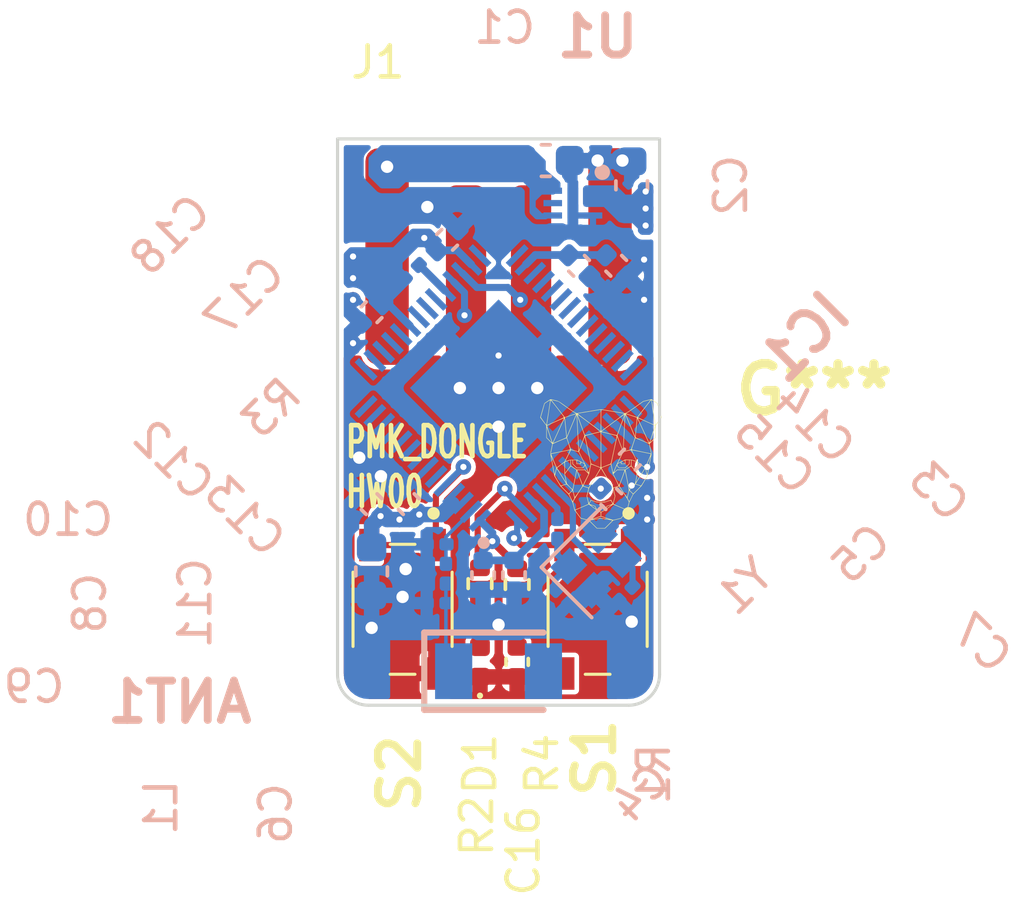
<source format=kicad_pcb>
(kicad_pcb (version 20221018) (generator pcbnew)
  (layers (0 "F.Cu" signal) (1 "In1.Cu" signal) (2 "In2.Cu" signal) (31 "B.Cu" signal) (34 "B.Paste" user) (35 "F.Paste" user) (36 "B.SilkS" user "B.Silkscreen") (37 "F.SilkS" user "F.Silkscreen") (38 "B.Mask" user) (39 "F.Mask" user) (44 "Edge.Cuts" user))
  (net 0 "")
  (net 1 "Net-(ANT1-Pad1)")
  (net 2 "+3V3")
  (net 3 "/LNA_IN")
  (net 4 "/IO0")
  (net 5 "/IO1")
  (net 6 "/IO2")
  (net 7 "/IO3")
  (net 8 "/IO4")
  (net 9 "/IO5")
  (net 10 "/IO6")
  (net 11 "/IO7")
  (net 12 "/IO8")
  (net 13 "/IO9")
  (net 14 "/IO10")
  (net 15 "/IO11")
  (net 16 "/IO12")
  (net 17 "/IO13")
  (net 18 "/IO14")
  (net 19 "/IO15")
  (net 20 "/IO16")
  (net 21 "/IO17")
  (net 22 "/IO18")
  (net 23 "/D-")
  (net 24 "/D+")
  (net 25 "/IO21")
  (net 27 "/VDD_SPI")
  (net 34 "/IO33")
  (net 35 "/IO34")
  (net 36 "/IO35")
  (net 37 "/IO36")
  (net 38 "/IO37")
  (net 39 "/IO38")
  (net 40 "/IO39")
  (net 41 "/IO40")
  (net 42 "/IO41")
  (net 43 "/IO42")
  (net 44 "/IO43")
  (net 45 "/IO44")
  (net 46 "/IO45")
  (net 47 "/IO46")
  (net 48 "/EN")
  (net 49 "GND")
  (net 50 "VBUS")
  (net 52 "Net-(D1-Pad2)")
  (net 53 "/QUARTZ_1")
  (net 54 "/QUARTZ_2")
  (net 55 "/QUARTZ_3")
  (footprint "Component_lib:USB_PCB" (layer "F.Cu") (at 153 44.4)
    (fp_text reference "J1" (at -3.895 -13.675 unlocked) (layer "F.SilkS"))
    (fp_text value "USB_A")
    (pad "1" smd roundrect (at -3.6 -7.4) (size 1.4 7) (layers "F.Cu" "F.Paste" "F.Mask") (roundrect_rratio 0.3) (net 50 "VBUS"))
    (pad "2" smd roundrect (at -1.05 -6.8) (size 1.3 5.8) (layers "F.Cu" "F.Paste" "F.Mask") (net 23 "/D-"))
    (pad "3" smd roundrect (at 1.05 -6.8) (size 1.3 5.8) (layers "F.Cu" "F.Paste" "F.Mask") (net 24 "/D+"))
    (pad "4" smd roundrect (at 3.6 -7.4) (size 1.4 7) (layers "F.Cu" "F.Paste" "F.Mask") (roundrect_rratio 0.3) (net 49 "GND"))
  )
  (footprint "Component_lib:SKRPABE010" (layer "F.Cu") (at 156.2 48.4 -90)
    (fp_text reference "S1" (at 4.8 0.1 90) (layer "F.SilkS") (effects (font (size 1.27 1.27) (thickness 0.254))))
    (fp_text value "SKRPABE010" hide)
    (pad "1" smd rect (at -2.075 -1.075) (size 0.65 1.05) (layers "F.Cu" "F.Paste" "F.Mask") (net 48 "/EN"))
    (pad "2" smd rect (at 2.075 -1.075) (size 0.65 1.05) (layers "F.Cu" "F.Paste" "F.Mask") (net 49 "GND"))
    (pad "3" smd rect (at -2.075 1.075) (size 0.65 1.05) (layers "F.Cu" "F.Paste" "F.Mask"))
    (pad "4" smd rect (at 2.075 1.075) (size 0.65 1.05) (layers "F.Cu" "F.Paste" "F.Mask"))
  )
  (footprint "Resistor_SMD:R_0402_1005Metric" (layer "F.Cu") (at 152.4 47.57 -90)
    (fp_text reference "R2" (at 7.83 0.1 -90) (layer "F.SilkS"))
    (fp_text value "2k")
    (pad "1" smd roundrect (at -0.51 0 270) (size 0.54 0.64) (layers "F.Cu" "F.Paste" "F.Mask") (net 47 "/IO46"))
    (pad "2" smd roundrect (at 0.51 0 270) (size 0.54 0.64) (layers "F.Cu" "F.Paste" "F.Mask") (net 52 "Net-(D1-Pad2)"))
  )
  (footprint "Component_lib:puma_logo_4mm" (layer "F.Cu") (at 156.3 43.7)
    (fp_text reference "G***" (at 6.9 -2.4) (layer "F.SilkS") (effects (font (size 1.524 1.524) (thickness 0.3))))
    (fp_text value "LOGO" hide)
  )
  (footprint "LED_SMD:LED_0402_1005Metric" (layer "F.Cu") (at 152.4 50.1 90)
    (fp_text reference "D1" (at -3.3 0 90) (layer "F.SilkS"))
    (fp_text value "LED")
    (pad "1" smd roundrect (at -0.485 0 90) (size 0.59 0.64) (layers "F.Cu" "F.Paste" "F.Mask") (net 49 "GND"))
    (pad "2" smd roundrect (at 0.485 0 90) (size 0.59 0.64) (layers "F.Cu" "F.Paste" "F.Mask") (net 52 "Net-(D1-Pad2)"))
  )
  (footprint "Capacitor_SMD:C_0402_1005Metric" (layer "F.Cu") (at 153.6 50.1 -90)
    (fp_text reference "C16" (at 6.1 -0.2 90) (layer "F.SilkS"))
    (fp_text value "100n")
    (pad "1" smd roundrect (at -0.48 0 270) (size 0.56 0.62) (layers "F.Cu" "F.Paste" "F.Mask") (net 48 "/EN"))
    (pad "2" smd roundrect (at 0.48 0 270) (size 0.56 0.62) (layers "F.Cu" "F.Paste" "F.Mask") (net 49 "GND"))
  )
  (footprint "Component_lib:SKRPABE010" (layer "F.Cu") (at 149.9 48.4 -90)
    (fp_text reference "S2" (at 5.3 0.1 90) (layer "F.SilkS") (effects (font (size 1.27 1.27) (thickness 0.254))))
    (fp_text value "SKRPABE010" hide)
    (pad "1" smd rect (at -2.075 -1.075) (size 0.65 1.05) (layers "F.Cu" "F.Paste" "F.Mask") (net 4 "/IO0"))
    (pad "2" smd rect (at 2.075 -1.075) (size 0.65 1.05) (layers "F.Cu" "F.Paste" "F.Mask") (net 49 "GND"))
    (pad "3" smd rect (at -2.075 1.075) (size 0.65 1.05) (layers "F.Cu" "F.Paste" "F.Mask"))
    (pad "4" smd rect (at 2.075 1.075) (size 0.65 1.05) (layers "F.Cu" "F.Paste" "F.Mask"))
  )
  (footprint "Resistor_SMD:R_0402_1005Metric" (layer "F.Cu") (at 153.6 47.6 -90)
    (fp_text reference "R4" (at 5.8 -0.8 -90) (layer "F.SilkS"))
    (fp_text value "10k")
    (pad "1" smd roundrect (at -0.51 0 270) (size 0.54 0.64) (layers "F.Cu" "F.Paste" "F.Mask") (net 2 "+3V3"))
    (pad "2" smd roundrect (at 0.51 0 270) (size 0.54 0.64) (layers "F.Cu" "F.Paste" "F.Mask") (net 48 "/EN"))
  )
  (footprint "Capacitor_SMD:C_0603_1608Metric" (layer "B.Cu") (at 154.525 33.9)
    (fp_text reference "C1" (at -1.325 -4.3) (layer "B.SilkS") (effects (justify mirror)))
    (fp_text value "10u")
    (pad "1" smd roundrect (at -0.775 0) (size 0.9 0.95) (layers "B.Cu" "B.Paste" "B.Mask") (net 50 "VBUS"))
    (pad "2" smd roundrect (at 0.775 0) (size 0.9 0.95) (layers "B.Cu" "B.Paste" "B.Mask") (net 49 "GND"))
  )
  (footprint "Component_lib:Crystal_SMD_2016-4Pin_2.0x1.6mm" (layer "B.Cu") (at 156.15 46.9 45)
    (fp_text reference "Y1" (at 2.863782 3.924443 225) (layer "B.SilkS") (effects (justify mirror)))
    (fp_text value "Crystal_GND24_Small")
    (pad "1" smd rect (at -0.7 -0.55 45) (size 0.9 0.8) (layers "B.Cu" "B.Paste" "B.Mask") (net 53 "/QUARTZ_1"))
    (pad "2" smd rect (at 0.7 -0.55 45) (size 0.9 0.8) (layers "B.Cu" "B.Paste" "B.Mask") (net 49 "GND"))
    (pad "3" smd rect (at 0.7 0.55 45) (size 0.9 0.8) (layers "B.Cu" "B.Paste" "B.Mask") (net 54 "/QUARTZ_2"))
    (pad "4" smd rect (at -0.7 0.55 45) (size 0.9 0.8) (layers "B.Cu" "B.Paste" "B.Mask") (net 49 "GND"))
  )
  (footprint "Component_lib:SON40P120X120X60-7N-D" (layer "B.Cu") (at 155.4 35.275 180)
    (fp_text reference "U1" (at -0.8 5.375) (layer "B.SilkS") (effects (font (size 1.27 1.27) (thickness 0.254)) (justify mirror)))
    (fp_text value "MIC5528-3.3YMT-T5" hide)
    (pad "1" smd rect (at -0.65 0.4 90) (size 0.2 0.6) (layers "B.Cu" "B.Paste" "B.Mask") (net 2 "+3V3"))
    (pad "2" smd rect (at -0.65 0 90) (size 0.2 0.6) (layers "B.Cu" "B.Paste" "B.Mask") (net 2 "+3V3"))
    (pad "3" smd rect (at -0.65 -0.4 90) (size 0.2 0.6) (layers "B.Cu" "B.Paste" "B.Mask") (net 49 "GND"))
    (pad "4" smd rect (at 0.65 -0.4 90) (size 0.2 0.6) (layers "B.Cu" "B.Paste" "B.Mask") (net 50 "VBUS"))
    (pad "5" smd rect (at 0.65 0 90) (size 0.2 0.6) (layers "B.Cu" "B.Paste" "B.Mask"))
    (pad "6" smd rect (at 0.65 0.4 90) (size 0.2 0.6) (layers "B.Cu" "B.Paste" "B.Mask") (net 50 "VBUS"))
    (pad "7" smd rect (at 0 0 180) (size 0.35 0.99) (layers "B.Cu" "B.Paste" "B.Mask") (net 49 "GND"))
  )
  (footprint "Capacitor_SMD:C_0402_1005Metric" (layer "B.Cu") (at 150.1 45 135)
    (fp_text reference "C13" (at 3.464823 -4.030509 135) (layer "B.SilkS") (effects (justify mirror)))
    (fp_text value "100n")
    (pad "1" smd roundrect (at -0.48 0 135) (size 0.56 0.62) (layers "B.Cu" "B.Paste" "B.Mask") (net 2 "+3V3"))
    (pad "2" smd roundrect (at 0.48 0 135) (size 0.56 0.62) (layers "B.Cu" "B.Paste" "B.Mask") (net 49 "GND"))
  )
  (footprint "Capacitor_SMD:C_0402_1005Metric" (layer "B.Cu") (at 148.9 38.8 -135)
    (fp_text reference "C17" (at 2.545584 3.252691 45) (layer "B.SilkS") (effects (justify mirror)))
    (fp_text value "100n")
    (pad "1" smd roundrect (at -0.48 0 225) (size 0.56 0.62) (layers "B.Cu" "B.Paste" "B.Mask") (net 2 "+3V3"))
    (pad "2" smd roundrect (at 0.48 0 225) (size 0.56 0.62) (layers "B.Cu" "B.Paste" "B.Mask") (net 49 "GND"))
  )
  (footprint "Resistor_SMD:R_0201_0603Metric" (layer "B.Cu") (at 154.9 45.8 90)
    (fp_text reference "R1" (at -7.919596 3.11127 90) (layer "B.SilkS") (effects (justify mirror)))
    (fp_text value "0")
    (pad "1" smd roundrect (at -0.32 0 90) (size 0.46 0.4) (layers "B.Cu" "B.Mask") (net 53 "/QUARTZ_1"))
    (pad "2" smd roundrect (at 0.32 0 90) (size 0.46 0.4) (layers "B.Cu" "B.Mask") (net 55 "/QUARTZ_3"))
  )
  (footprint "Capacitor_SMD:C_0402_1005Metric" (layer "B.Cu") (at 157.239411 43.560589 -135)
    (fp_text reference "C5" (at -3.126245 -7.424621 45) (layer "B.SilkS") (effects (justify mirror)))
    (fp_text value "100n")
    (pad "1" smd roundrect (at -0.48 0 225) (size 0.56 0.62) (layers "B.Cu" "B.Paste" "B.Mask") (net 2 "+3V3"))
    (pad "2" smd roundrect (at 0.48 0 225) (size 0.56 0.62) (layers "B.Cu" "B.Paste" "B.Mask") (net 49 "GND"))
  )
  (footprint "Capacitor_SMD:C_0402_1005Metric" (layer "B.Cu") (at 152.5 47.3 -90)
    (fp_text reference "C8" (at 0.9 12.7 90) (layer "B.SilkS") (effects (justify mirror)))
    (fp_text value "100n")
    (pad "1" smd roundrect (at -0.48 0 270) (size 0.56 0.62) (layers "B.Cu" "B.Paste" "B.Mask") (net 2 "+3V3"))
    (pad "2" smd roundrect (at 0.48 0 270) (size 0.56 0.62) (layers "B.Cu" "B.Paste" "B.Mask") (net 49 "GND"))
  )
  (footprint "Capacitor_SMD:C_0201_0603Metric" (layer "B.Cu") (at 157.1 47.9 -135)
    (fp_text reference "C4" (at 4.2 -4.9 45) (layer "B.SilkS") (effects (justify mirror)))
    (fp_text value "15p")
    (pad "1" smd roundrect (at -0.32 0 225) (size 0.46 0.4) (layers "B.Cu" "B.Mask") (net 54 "/QUARTZ_2"))
    (pad "2" smd roundrect (at 0.32 0 225) (size 0.46 0.4) (layers "B.Cu" "B.Mask") (net 49 "GND"))
  )
  (footprint "Capacitor_SMD:C_0603_1608Metric" (layer "B.Cu") (at 157.3 34.7 90)
    (fp_text reference "C2" (at 0 3.2 90) (layer "B.SilkS") (effects (justify mirror)))
    (fp_text value "10u")
    (pad "1" smd roundrect (at -0.775 0 90) (size 0.9 0.95) (layers "B.Cu" "B.Paste" "B.Mask") (net 2 "+3V3"))
    (pad "2" smd roundrect (at 0.775 0 90) (size 0.9 0.95) (layers "B.Cu" "B.Paste" "B.Mask") (net 49 "GND"))
  )
  (footprint "Capacitor_SMD:C_0201_0603Metric" (layer "B.Cu") (at 151 46.3 180)
    (fp_text reference "C10" (at 11.9 0.8) (layer "B.SilkS") (effects (justify mirror)))
    (fp_text value "C")
    (pad "1" smd roundrect (at -0.32 0 180) (size 0.46 0.4) (layers "B.Cu" "B.Mask") (net 3 "/LNA_IN"))
    (pad "2" smd roundrect (at 0.32 0 180) (size 0.46 0.4) (layers "B.Cu" "B.Mask") (net 49 "GND"))
  )
  (footprint "Capacitor_SMD:C_0402_1005Metric" (layer "B.Cu") (at 155.6 37.3 -45)
    (fp_text reference "C14" (at 8.980256 -1.767767 135) (layer "B.SilkS") (effects (justify mirror)))
    (fp_text value "100n")
    (pad "1" smd roundrect (at -0.48 0 315) (size 0.56 0.62) (layers "B.Cu" "B.Paste" "B.Mask") (net 27 "/VDD_SPI"))
    (pad "2" smd roundrect (at 0.48 0 315) (size 0.56 0.62) (layers "B.Cu" "B.Paste" "B.Mask") (net 49 "GND"))
  )
  (footprint "Capacitor_SMD:C_0201_0603Metric" (layer "B.Cu") (at 151 48.2 180)
    (fp_text reference "C9" (at 13 -2.7) (layer "B.SilkS") (effects (justify mirror)))
    (fp_text value "C")
    (pad "1" smd roundrect (at -0.32 0 180) (size 0.46 0.4) (layers "B.Cu" "B.Mask") (net 1 "Net-(ANT1-Pad1)"))
    (pad "2" smd roundrect (at 0.32 0 180) (size 0.46 0.4) (layers "B.Cu" "B.Mask") (net 49 "GND"))
  )
  (footprint "Capacitor_SMD:C_0402_1005Metric" (layer "B.Cu") (at 156.639411 44.839411 -45)
    (fp_text reference "C7" (at 11.752948 -5.16188 135) (layer "B.SilkS") (effects (justify mirror)))
    (fp_text value "100n")
    (pad "1" smd roundrect (at -0.48 0 315) (size 0.56 0.62) (layers "B.Cu" "B.Paste" "B.Mask") (net 2 "+3V3"))
    (pad "2" smd roundrect (at 0.48 0 315) (size 0.56 0.62) (layers "B.Cu" "B.Paste" "B.Mask") (net 49 "GND"))
  )
  (footprint "Capacitor_SMD:C_0402_1005Metric" (layer "B.Cu") (at 156.8 37.3 -45)
    (fp_text reference "C15" (at 7.919596 0.707107 135) (layer "B.SilkS") (effects (justify mirror)))
    (fp_text value "1u")
    (pad "1" smd roundrect (at -0.48 0 315) (size 0.56 0.62) (layers "B.Cu" "B.Paste" "B.Mask") (net 27 "/VDD_SPI"))
    (pad "2" smd roundrect (at 0.48 0 315) (size 0.56 0.62) (layers "B.Cu" "B.Paste" "B.Mask") (net 49 "GND"))
  )
  (footprint "Capacitor_SMD:C_0201_0603Metric" (layer "B.Cu") (at 155.05 48 -45)
    (fp_text reference "C3" (at 6.2 -11 135) (layer "B.SilkS") (effects (justify mirror)))
    (fp_text value "15p")
    (pad "1" smd roundrect (at -0.32 0 315) (size 0.46 0.4) (layers "B.Cu" "B.Mask") (net 53 "/QUARTZ_1"))
    (pad "2" smd roundrect (at 0.32 0 315) (size 0.46 0.4) (layers "B.Cu" "B.Mask") (net 49 "GND"))
  )
  (footprint "Inductor_SMD:L_0201_0603Metric" (layer "B.Cu") (at 151.3 47.25 90)
    (fp_text reference "L1" (at -7.55 -9.2 270) (layer "B.SilkS") (effects (justify mirror)))
    (fp_text value "L")
    (pad "1" smd roundrect (at -0.32 0 90) (size 0.46 0.4) (layers "B.Cu" "B.Mask") (net 1 "Net-(ANT1-Pad1)"))
    (pad "2" smd roundrect (at 0.32 0 90) (size 0.46 0.4) (layers "B.Cu" "B.Mask") (net 3 "/LNA_IN"))
  )
  (footprint "Capacitor_SMD:C_0402_1005Metric" (layer "B.Cu") (at 148.9 45 135)
    (fp_text reference "C12" (at 5.515433 -3.535534 135) (layer "B.SilkS") (effects (justify mirror)))
    (fp_text value "1u")
    (pad "1" smd roundrect (at -0.48 0 135) (size 0.56 0.62) (layers "B.Cu" "B.Paste" "B.Mask") (net 2 "+3V3"))
    (pad "2" smd roundrect (at 0.48 0 135) (size 0.56 0.62) (layers "B.Cu" "B.Paste" "B.Mask") (net 49 "GND"))
  )
  (footprint "Capacitor_SMD:C_0402_1005Metric" (layer "B.Cu") (at 153.5 47.3 -90)
    (fp_text reference "C6" (at 7.7 7.7 90) (layer "B.SilkS") (effects (justify mirror)))
    (fp_text value "100n")
    (pad "1" smd roundrect (at -0.48 0 270) (size 0.56 0.62) (layers "B.Cu" "B.Paste" "B.Mask") (net 2 "+3V3"))
    (pad "2" smd roundrect (at 0.48 0 270) (size 0.56 0.62) (layers "B.Cu" "B.Paste" "B.Mask") (net 49 "GND"))
  )
  (footprint "Component_lib:ANTC3216X140N" (layer "B.Cu") (at 153 50.4)
    (fp_text reference "ANT1" (at -10.3 1) (layer "B.SilkS") (effects (font (size 1.27 1.27) (thickness 0.254)) (justify mirror)))
    (fp_text value "2450AT18A100E" hide)
    (pad "1" smd rect (at -1.45 0) (size 1.2 1.8) (layers "B.Cu" "B.Paste" "B.Mask") (net 1 "Net-(ANT1-Pad1)"))
    (pad "2" smd rect (at 1.45 0) (size 1.2 1.8) (layers "B.Cu" "B.Paste" "B.Mask"))
  )
  (footprint "Capacitor_SMD:C_0402_1005Metric" (layer "B.Cu") (at 151.339411 36.460589 45)
    (fp_text reference "C18" (at -6.207565 -6.434672 45) (layer "B.SilkS") (effects (justify mirror)))
    (fp_text value "100n")
    (pad "1" smd roundrect (at -0.48 0 45) (size 0.56 0.62) (layers "B.Cu" "B.Paste" "B.Mask") (net 2 "+3V3"))
    (pad "2" smd roundrect (at 0.48 0 45) (size 0.56 0.62) (layers "B.Cu" "B.Paste" "B.Mask") (net 49 "GND"))
  )
  (footprint "Component_lib:QFN40P700X700X90-57N-D" (layer "B.Cu") (at 153 41.25 45)
    (fp_text reference "IC1" (at 8.167083 5.833631 45) (layer "B.SilkS") (effects (font (size 1.27 1.27) (thickness 0.254)) (justify mirror)))
    (fp_text value "ESP32-S2FH4" hide)
    (pad "1" smd rect (at -3.45 2.6 315) (size 0.2 0.85) (layers "B.Cu" "B.Paste" "B.Mask") (net 2 "+3V3"))
    (pad "2" smd rect (at -3.45 2.2 315) (size 0.2 0.85) (layers "B.Cu" "B.Paste" "B.Mask") (net 3 "/LNA_IN"))
    (pad "3" smd rect (at -3.45 1.8 315) (size 0.2 0.85) (layers "B.Cu" "B.Paste" "B.Mask") (net 2 "+3V3"))
    (pad "4" smd rect (at -3.45 1.4 315) (size 0.2 0.85) (layers "B.Cu" "B.Paste" "B.Mask") (net 2 "+3V3"))
    (pad "5" smd rect (at -3.45 1 315) (size 0.2 0.85) (layers "B.Cu" "B.Paste" "B.Mask") (net 4 "/IO0"))
    (pad "6" smd rect (at -3.45 0.6 315) (size 0.2 0.85) (layers "B.Cu" "B.Paste" "B.Mask") (net 5 "/IO1"))
    (pad "7" smd rect (at -3.45 0.2 315) (size 0.2 0.85) (layers "B.Cu" "B.Paste" "B.Mask") (net 6 "/IO2"))
    (pad "8" smd rect (at -3.45 -0.2 315) (size 0.2 0.85) (layers "B.Cu" "B.Paste" "B.Mask") (net 7 "/IO3"))
    (pad "9" smd rect (at -3.45 -0.6 315) (size 0.2 0.85) (layers "B.Cu" "B.Paste" "B.Mask") (net 8 "/IO4"))
    (pad "10" smd rect (at -3.45 -1 315) (size 0.2 0.85) (layers "B.Cu" "B.Paste" "B.Mask") (net 9 "/IO5"))
    (pad "11" smd rect (at -3.45 -1.4 315) (size 0.2 0.85) (layers "B.Cu" "B.Paste" "B.Mask") (net 10 "/IO6"))
    (pad "12" smd rect (at -3.45 -1.8 315) (size 0.2 0.85) (layers "B.Cu" "B.Paste" "B.Mask") (net 11 "/IO7"))
    (pad "13" smd rect (at -3.45 -2.2 315) (size 0.2 0.85) (layers "B.Cu" "B.Paste" "B.Mask") (net 12 "/IO8"))
    (pad "14" smd rect (at -3.45 -2.6 315) (size 0.2 0.85) (layers "B.Cu" "B.Paste" "B.Mask") (net 13 "/IO9"))
    (pad "15" smd rect (at -2.6 -3.45 45) (size 0.2 0.85) (layers "B.Cu" "B.Paste" "B.Mask") (net 14 "/IO10"))
    (pad "16" smd rect (at -2.2 -3.45 45) (size 0.2 0.85) (layers "B.Cu" "B.Paste" "B.Mask") (net 15 "/IO11"))
    (pad "17" smd rect (at -1.8 -3.45 45) (size 0.2 0.85) (layers "B.Cu" "B.Paste" "B.Mask") (net 16 "/IO12"))
    (pad "18" smd rect (at -1.4 -3.45 45) (size 0.2 0.85) (layers "B.Cu" "B.Paste" "B.Mask") (net 17 "/IO13"))
    (pad "19" smd rect (at -1 -3.45 45) (size 0.2 0.85) (layers "B.Cu" "B.Paste" "B.Mask") (net 18 "/IO14"))
    (pad "20" smd rect (at -0.6 -3.45 45) (size 0.2 0.85) (layers "B.Cu" "B.Paste" "B.Mask") (net 2 "+3V3"))
    (pad "21" smd rect (at -0.2 -3.45 45) (size 0.2 0.85) (layers "B.Cu" "B.Paste" "B.Mask") (net 19 "/IO15"))
    (pad "22" smd rect (at 0.2 -3.45 45) (size 0.2 0.85) (layers "B.Cu" "B.Paste" "B.Mask") (net 20 "/IO16"))
    (pad "23" smd rect (at 0.6 -3.45 45) (size 0.2 0.85) (layers "B.Cu" "B.Paste" "B.Mask") (net 21 "/IO17"))
    (pad "24" smd rect (at 1 -3.45 45) (size 0.2 0.85) (layers "B.Cu" "B.Paste" "B.Mask") (net 22 "/IO18"))
    (pad "25" smd rect (at 1.4 -3.45 45) (size 0.2 0.85) (layers "B.Cu" "B.Paste" "B.Mask") (net 23 "/D-"))
    (pad "26" smd rect (at 1.8 -3.45 45) (size 0.2 0.85) (layers "B.Cu" "B.Paste" "B.Mask") (net 24 "/D+"))
    (pad "27" smd rect (at 2.2 -3.45 45) (size 0.2 0.85) (layers "B.Cu" "B.Paste" "B.Mask") (net 2 "+3V3"))
    (pad "28" smd rect (at 2.6 -3.45 45) (size 0.2 0.85) (layers "B.Cu" "B.Paste" "B.Mask") (net 25 "/IO21"))
    (pad "29" smd rect (at 3.45 -2.6 315) (size 0.2 0.85) (layers "B.Cu" "B.Paste" "B.Mask"))
    (pad "30" smd rect (at 3.45 -2.2 315) (size 0.2 0.85) (layers "B.Cu" "B.Paste" "B.Mask") (net 27 "/VDD_SPI"))
    (pad "31" smd rect (at 3.45 -1.8 315) (size 0.2 0.85) (layers "B.Cu" "B.Paste" "B.Mask"))
    (pad "32" smd rect (at 3.45 -1.4 315) (size 0.2 0.85) (layers "B.Cu" "B.Paste" "B.Mask"))
    (pad "33" smd rect (at 3.45 -1 315) (size 0.2 0.85) (layers "B.Cu" "B.Paste" "B.Mask"))
    (pad "34" smd rect (at 3.45 -0.6 315) (size 0.2 0.85) (layers "B.Cu" "B.Paste" "B.Mask"))
    (pad "35" smd rect (at 3.45 -0.2 315) (size 0.2 0.85) (layers "B.Cu" "B.Paste" "B.Mask"))
    (pad "36" smd rect (at 3.45 0.2 315) (size 0.2 0.85) (layers "B.Cu" "B.Paste" "B.Mask"))
    (pad "37" smd rect (at 3.45 0.6 315) (size 0.2 0.85) (layers "B.Cu" "B.Paste" "B.Mask") (net 34 "/IO33"))
    (pad "38" smd rect (at 3.45 1 315) (size 0.2 0.85) (layers "B.Cu" "B.Paste" "B.Mask") (net 35 "/IO34"))
    (pad "39" smd rect (at 3.45 1.4 315) (size 0.2 0.85) (layers "B.Cu" "B.Paste" "B.Mask") (net 36 "/IO35"))
    (pad "40" smd rect (at 3.45 1.8 315) (size 0.2 0.85) (layers "B.Cu" "B.Paste" "B.Mask") (net 37 "/IO36"))
    (pad "41" smd rect (at 3.45 2.2 315) (size 0.2 0.85) (layers "B.Cu" "B.Paste" "B.Mask") (net 38 "/IO37"))
    (pad "42" smd rect (at 3.45 2.6 315) (size 0.2 0.85) (layers "B.Cu" "B.Paste" "B.Mask") (net 39 "/IO38"))
    (pad "43" smd rect (at 2.6 3.45 45) (size 0.2 0.85) (layers "B.Cu" "B.Paste" "B.Mask") (net 40 "/IO39"))
    (pad "44" smd rect (at 2.2 3.45 45) (size 0.2 0.85) (layers "B.Cu" "B.Paste" "B.Mask") (net 41 "/IO40"))
    (pad "45" smd rect (at 1.8 3.45 45) (size 0.2 0.85) (layers "B.Cu" "B.Paste" "B.Mask") (net 2 "+3V3"))
    (pad "46" smd rect (at 1.4 3.45 45) (size 0.2 0.85) (layers "B.Cu" "B.Paste" "B.Mask") (net 42 "/IO41"))
    (pad "47" smd rect (at 1 3.45 45) (size 0.2 0.85) (layers "B.Cu" "B.Paste" "B.Mask") (net 43 "/IO42"))
    (pad "48" smd rect (at 0.6 3.45 45) (size 0.2 0.85) (layers "B.Cu" "B.Paste" "B.Mask") (net 44 "/IO43"))
    (pad "49" smd rect (at 0.2 3.45 45) (size 0.2 0.85) (layers "B.Cu" "B.Paste" "B.Mask") (net 45 "/IO44"))
    (pad "50" smd rect (at -0.2 3.45 45) (size 0.2 0.85) (layers "B.Cu" "B.Paste" "B.Mask") (net 46 "/IO45"))
    (pad "51" smd rect (at -0.6 3.45 45) (size 0.2 0.85) (layers "B.Cu" "B.Paste" "B.Mask") (net 2 "+3V3"))
    (pad "52" smd rect (at -1 3.45 45) (size 0.2 0.85) (layers "B.Cu" "B.Paste" "B.Mask") (net 54 "/QUARTZ_2"))
    (pad "53" smd rect (at -1.4 3.45 45) (size 0.2 0.85) (layers "B.Cu" "B.Paste" "B.Mask") (net 55 "/QUARTZ_3"))
    (pad "54" smd rect (at -1.8 3.45 45) (size 0.2 0.85) (layers "B.Cu" "B.Paste" "B.Mask") (net 2 "+3V3"))
    (pad "55" smd rect (at -2.2 3.45 45) (size 0.2 0.85) (layers "B.Cu" "B.Paste" "B.Mask") (net 47 "/IO46"))
    (pad "56" smd rect (at -2.6 3.45 45) (size 0.2 0.85) (layers "B.Cu" "B.Paste" "B.Mask") (net 48 "/EN"))
    (pad "57" smd rect (at 0 0 45) (size 4.05 4.05) (layers "B.Cu" "B.Paste" "B.Mask") (net 49 "GND"))
  )
  (footprint "Capacitor_SMD:C_0603_1608Metric" (layer "B.Cu") (at 148.9 47.175 -90)
    (fp_text reference "C11" (at 1.025 5.7 90) (layer "B.SilkS") (effects (justify mirror)))
    (fp_text value "10u")
    (pad "1" smd roundrect (at -0.775 0 270) (size 0.9 0.95) (layers "B.Cu" "B.Paste" "B.Mask") (net 2 "+3V3"))
    (pad "2" smd roundrect (at 0.775 0 270) (size 0.9 0.95) (layers "B.Cu" "B.Paste" "B.Mask") (net 49 "GND"))
  )
  (footprint "Resistor_SMD:R_0201_0603Metric" (layer "B.Cu") (at 150.2 37.5 45)
    (fp_text reference "R3" (at -6.32 -0.1 45) (layer "B.SilkS") (effects (justify mirror)))
    (fp_text value "10k")
    (pad "1" smd roundrect (at -0.32 0 45) (size 0.46 0.4) (layers "B.Cu" "B.Mask") (net 2 "+3V3"))
    (pad "2" smd roundrect (at 0.32 0 45) (size 0.46 0.4) (layers "B.Cu" "B.Mask") (net 22 "/IO18"))
  )
  (gr_line (start 158.2 50.5) (end 158.2 33.2) (stroke (width 0.1)) (layer "Edge.Cuts"))
  (gr_line (start 158.2 33.2) (end 147.8 33.2) (stroke (width 0.1)) (layer "Edge.Cuts"))
  (gr_line (start 148.8 51.5) (end 157.2 51.5) (stroke (width 0.1)) (layer "Edge.Cuts"))
  (gr_line (start 147.8 33.2) (end 147.8 50.5) (stroke (width 0.1)) (layer "Edge.Cuts"))
  (gr_arc (start 148.8 51.5) (mid 148.092893 51.207107) (end 147.8 50.5) (stroke (width 0.1)) (layer "Edge.Cuts"))
  (gr_arc (start 158.2 50.5) (mid 157.907107 51.207107) (end 157.2 51.5) (stroke (width 0.1)) (layer "Edge.Cuts"))
  (gr_text "PMK_DONGLE\nHW00" (at 148 43.8) (layer "F.SilkS") (effects (font (size 1 0.6)) (justify left)))
  (segment (start 151.3 47.57) (end 151.3 50.15) (width 0.115) (layer "B.Cu") (net 1))
  (segment (start 151.3 50.15) (end 151.55 50.4) (width 0.115) (layer "B.Cu") (net 1))
  (segment (start 153.6 47.09) (end 153.6 47) (width 0.25) (layer "F.Cu") (net 2))
  (segment (start 153.6 47) (end 152.8 46.2) (width 0.25) (layer "F.Cu") (net 2))
  (via (at 157.75 36) (size 0.5) (drill 0.2) (layers "F.Cu" "B.Cu") (net 2))
  (via (at 148.3 37) (size 0.5) (drill 0.2) (layers "F.Cu" "B.Cu") (net 2))
  (via (at 157.75 35.45) (size 0.5) (drill 0.2) (layers "F.Cu" "B.Cu") (net 2))
  (via (at 156.3 44.5) (size 0.5) (drill 0.2) (layers "F.Cu" "B.Cu") (net 2))
  (via (at 157.8 43.8) (size 0.5) (drill 0.2) (layers "F.Cu" "B.Cu") (net 2))
  (via (at 149.189411 45.389411) (size 0.5) (drill 0.2) (layers "F.Cu" "B.Cu") (net 2))
  (via (at 150.6 36.4) (size 0.5) (drill 0.2) (layers "F.Cu" "B.Cu") (net 2))
  (via (at 148.3 37.7) (size 0.5) (drill 0.2) (layers "F.Cu" "B.Cu") (net 2))
  (via (at 149.8 45.5) (size 0.5) (drill 0.2) (layers "F.Cu" "B.Cu") (net 2))
  (via (at 157.75 34.9) (size 0.5) (drill 0.2) (layers "F.Cu" "B.Cu") (net 2))
  (via (at 152.8 46.2) (size 0.5) (drill 0.2) (layers "F.Cu" "B.Cu") (net 2))
  (via (at 150.439411 45.339411) (size 0.5) (drill 0.2) (layers "F.Cu" "B.Cu") (net 2))
  (segment (start 154.470114 45.849886) (end 154.470114 45.265699) (width 0.25) (layer "B.Cu") (net 2))
  (segment (start 149.8 45.5) (end 150.278822 45.5) (width 0.5) (layer "B.Cu") (net 2))
  (segment (start 149.239411 38.456941) (end 149.239411 38.460589) (width 0.5) (layer "B.Cu") (net 2))
  (segment (start 155.401472 44.5) (end 155.015254 44.113782) (width 0.25) (layer "B.Cu") (net 2))
  (segment (start 151.160589 45.339411) (end 151.5 45) (width 0.5) (layer "B.Cu") (net 2))
  (segment (start 149.239411 45.339411) (end 149.4 45.5) (width 0.5) (layer "B.Cu") (net 2))
  (segment (start 149.362061 38.460589) (end 150.136218 39.234746) (width 0.25) (layer "B.Cu") (net 2))
  (segment (start 157.578822 43.221178) (end 157.75 43.392356) (width 0.5) (layer "B.Cu") (net 2))
  (segment (start 148.9 45.678822) (end 149.189411 45.389411) (width 0.5) (layer "B.Cu") (net 2))
  (segment (start 149.239411 38.460589) (end 149.362061 38.460589) (width 0.25) (layer "B.Cu") (net 2))
  (segment (start 151.66127 36.8) (end 151 36.8) (width 0.25) (layer "B.Cu") (net 2))
  (segment (start 149.189411 45.389411) (end 149.239411 45.339411) (width 0.5) (layer "B.Cu") (net 2))
  (segment (start 154.470114 45.265699) (end 154.166726 44.962311) (width 0.25) (layer "B.Cu") (net 2))
  (segment (start 152.398959 46.718959) (end 152.5 46.82) (width 0.25) (layer "B.Cu") (net 2))
  (segment (start 152.8 45.929037) (end 152.398959 45.527996) (width 0.25) (layer "B.Cu") (net 2))
  (segment (start 152.5 46.82) (end 152.5 46.5) (width 0.25) (layer "B.Cu") (net 2))
  (segment (start 156.3 44.5) (end 155.401472 44.5) (width 0.25) (layer "B.Cu") (net 2))
  (segment (start 156.77437 42.416726) (end 157.578822 43.221178) (width 0.25) (layer "B.Cu") (net 2))
  (segment (start 152.116117 37.254847) (end 151.66127 36.8) (width 0.25) (layer "B.Cu") (net 2))
  (segment (start 149.4 45.5) (end 149.8 45.5) (width 0.5) (layer "B.Cu") (net 2))
  (segment (start 157.75 43.392356) (end 157.75 43.8) (width 0.5) (layer "B.Cu") (net 2))
  (segment (start 150.278822 45.5) (end 150.439411 45.339411) (width 0.5) (layer "B.Cu") (net 2))
  (segment (start 153.7 46.82) (end 153.7 46.8) (width 0.09) (layer "B.Cu") (net 2))
  (segment (start 152.5 46.82) (end 153.5 46.82) (width 0.25) (layer "B.Cu") (net 2))
  (segment (start 153.5 46.82) (end 154.470114 45.849886) (width 0.25) (layer "B.Cu") (net 2))
  (segment (start 150.439411 45.339411) (end 151.160589 45.339411) (width 0.5) (layer "B.Cu") (net 2))
  (segment (start 156.712311 42.416726) (end 156.77437 42.416726) (width 0.25) (layer "B.Cu") (net 2))
  (segment (start 157.3 35.475) (end 157.3 35.55) (width 0.5) (layer "B.Cu") (net 2))
  (segment (start 152.8 46.2) (end 152.8 45.929037) (width 0.25) (layer "B.Cu") (net 2))
  (segment (start 152.5 46.5) (end 152.8 46.2) (width 0.25) (layer "B.Cu") (net 2))
  (segment (start 157.3 35.475) (end 157.3 35.35) (width 0.5) (layer "B.Cu") (net 2))
  (segment (start 148.9 46.4) (end 148.9 45.678822) (width 0.5) (layer "B.Cu") (net 2))
  (segment (start 152.116117 45.245153) (end 151.3 46.06127) (width 0.115) (layer "B.Cu") (net 3))
  (segment (start 151.3 46.06127) (end 151.3 46.93) (width 0.115) (layer "B.Cu") (net 3))
  (segment (start 150.975 44.725) (end 151.9 43.8) (width 0.2) (layer "F.Cu") (net 4))
  (segment (start 150.975 46.325) (end 150.975 44.725) (width 0.2) (layer "F.Cu") (net 4))
  (segment (start 148.825 46.325) (end 150.975 46.325) (width 0.2) (layer "F.Cu") (net 4))
  (via (at 151.864213 43.8) (size 0.5) (drill 0.2) (layers "F.Cu" "B.Cu") (net 4))
  (segment (start 151.9 43.8) (end 151.864213 43.8) (width 0.2) (layer "B.Cu") (net 4))
  (segment (start 151.864213 43.8) (end 151.267588 44.396625) (width 0.2) (layer "B.Cu") (net 4))
  (segment (start 150.437939 37.273726) (end 151.267588 38.103375) (width 0.25) (layer "B.Cu") (net 22))
  (segment (start 150.426274 37.273726) (end 150.437939 37.273726) (width 0.25) (layer "B.Cu") (net 22))
  (via (at 151.9 38.9) (size 0.5) (drill 0.2) (layers "F.Cu" "B.Cu") (net 23))
  (segment (start 151.550431 37.820532) (end 151.9 38.170101) (width 0.228) (layer "B.Cu") (net 23))
  (segment (start 151.9 38.170101) (end 151.9 38.9) (width 0.228) (layer "B.Cu") (net 23))
  (via (at 153.7 38.4) (size 0.5) (drill 0.2) (layers "F.Cu" "B.Cu") (net 24))
  (segment (start 151.833274 37.537689) (end 151.837689 37.537689) (width 0.228) (layer "B.Cu") (net 24))
  (segment (start 153.3 38) (end 153.7 38.4) (width 0.228) (layer "B.Cu") (net 24))
  (segment (start 152.3 38) (end 153.3 38) (width 0.228) (layer "B.Cu") (net 24))
  (segment (start 151.837689 37.537689) (end 152.3 38) (width 0.228) (layer "B.Cu") (net 24))
  (segment (start 154.187272 36.951458) (end 156.451458 36.951458) (width 0.25) (layer "B.Cu") (net 27))
  (segment (start 156.460589 36.960589) (end 156.440208 36.940208) (width 0.5) (layer "B.Cu") (net 27))
  (segment (start 155.28097 36.940208) (end 155.260589 36.960589) (width 0.5) (layer "B.Cu") (net 27))
  (segment (start 156.451458 36.951458) (end 156.460589 36.960589) (width 0.25) (layer "B.Cu") (net 27))
  (segment (start 153.883883 37.254847) (end 154.187272 36.951458) (width 0.25) (layer "B.Cu") (net 27))
  (segment (start 152.326 45.374) (end 152.326 46.986) (width 0.2) (layer "F.Cu") (net 47))
  (segment (start 152.326 46.986) (end 152.4 47.06) (width 0.2) (layer "F.Cu") (net 47))
  (segment (start 153.2 44.5) (end 152.326 45.374) (width 0.2) (layer "F.Cu") (net 47))
  (via (at 153.2 44.5) (size 0.5) (drill 0.2) (layers "F.Cu" "B.Cu") (net 47))
  (segment (start 153.2 44.5) (end 153.2 44.56127) (width 0.2) (layer "B.Cu") (net 47))
  (segment (start 153.2 44.56127) (end 153.883883 45.245153) (width 0.2) (layer "B.Cu") (net 47))
  (segment (start 155.125 46.975) (end 155.125 46.325) (width 0.25) (layer "F.Cu") (net 48))
  (segment (start 153.5 46.1) (end 153.725 46.325) (width 0.2) (layer "F.Cu") (net 48))
  (segment (start 153.6 48.11) (end 153.99 48.11) (width 0.25) (layer "F.Cu") (net 48))
  (segment (start 155.125 46.325) (end 153.725 46.325) (width 0.2) (layer "F.Cu") (net 48))
  (segment (start 153.615 49.605) (end 153.615 48.125) (width 0.25) (layer "F.Cu") (net 48))
  (segment (start 153.6 49.62) (end 153.615 49.605) (width 0.25) (layer "F.Cu") (net 48))
  (segment (start 155.125 46.325) (end 157.275 46.325) (width 0.2) (layer "F.Cu") (net 48))
  (segment (start 153.615 48.125) (end 153.6 48.11) (width 0.25) (layer "F.Cu") (net 48))
  (segment (start 153.99 48.11) (end 155.125 46.975) (width 0.25) (layer "F.Cu") (net 48))
  (via (at 153.5 46.1) (size 0.5) (drill 0.2) (layers "F.Cu" "B.Cu") (net 48))
  (segment (start 153.601041 45.527996) (end 153.601041 45.998959) (width 0.2) (layer "B.Cu") (net 48))
  (segment (start 153.601041 45.998959) (end 153.5 46.1) (width 0.2) (layer "B.Cu") (net 48))
  (via (at 148.3 39.8) (size 0.5) (drill 0.2) (layers "F.Cu" "B.Cu") (net 49))
  (via (at 150.7 35.4) (size 0.8) (drill 0.4) (layers "F.Cu" "B.Cu") (net 49))
  (via (at 157.7 38.4) (size 0.5) (drill 0.2) (layers "F.Cu" "B.Cu") (net 49))
  (via (at 157.8 44.8) (size 0.5) (drill 0.2) (layers "F.Cu" "B.Cu") (net 49))
  (via (at 157.8 45.5) (size 0.5) (drill 0.2) (layers "F.Cu" "B.Cu") (net 49))
  (via (at 157.7 37.1) (size 0.5) (drill 0.2) (layers "F.Cu" "B.Cu") (net 49))
  (via (at 154.25 41.25) (size 0.8) (drill 0.4) (layers "F.Cu" "B.Cu") (net 49))
  (via (at 157 33.9) (size 0.8) (drill 0.4) (layers "F.Cu" "B.Cu") (net 49))
  (via (at 157.3 48.8) (size 0.8) (drill 0.4) (layers "F.Cu" "B.Cu") (net 49))
  (via (at 148.3 38.4) (size 0.5) (drill 0.2) (layers "F.Cu" "B.Cu") (net 49))
  (via (at 156.2 33.9) (size 0.8) (drill 0.4) (layers "F.Cu" "B.Cu") (net 49))
  (via (at 153 40.2) (size 0.5) (drill 0.2) (layers "F.Cu" "B.Cu") (net 49))
  (via (at 148.5 43.5) (size 0.8) (drill 0.4) (layers "F.Cu" "B.Cu") (net 49))
  (via (at 151.75 41.25) (size 0.8) (drill 0.4) (layers "F.Cu" "B.Cu") (net 49))
  (via (at 153 41.25) (size 0.8) (drill 0.4) (layers "F.Cu" "B.Cu") (net 49))
  (via (at 153 48.9) (size 0.8) (drill 0.4) (layers "F.Cu" "B.Cu") (net 49))
  (via (at 149.9 48) (size 0.8) (drill 0.4) (layers "F.Cu" "B.Cu") (net 49))
  (via (at 148.9 49) (size 0.8) (drill 0.4) (layers "F.Cu" "B.Cu") (net 49))
  (via (at 153 42.5) (size 0.8) (drill 0.4) (layers "F.Cu" "B.Cu") (net 49))
  (via (at 150 47.1) (size 0.8) (drill 0.4) (layers "F.Cu" "B.Cu") (net 49))
  (via (at 157.3 44.4) (size 0.5) (drill 0.2) (layers "F.Cu" "B.Cu") (net 49))
  (via (at 149.2 44.1) (size 0.8) (drill 0.4) (layers "F.Cu" "B.Cu") (net 49))
  (segment (start 157.125 34.1) (end 157.3 33.925) (width 0.5) (layer "B.Cu") (net 49))
  (via (at 149.4 34.1) (size 0.8) (drill 0.4) (layers "F.Cu" "B.Cu") (net 50))
  (segment (start 152.4 48.08) (end 152.385 48.095) (width 0.25) (layer "F.Cu") (net 52))
  (segment (start 152.385 48.095) (end 152.385 49.6) (width 0.25) (layer "F.Cu") (net 52))
  (segment (start 152.385 49.6) (end 152.4 49.615) (width 0.25) (layer "F.Cu") (net 52))
  (segment (start 155.266117 47.006066) (end 154.9 46.639949) (width 0.2) (layer "B.Cu") (net 53))
  (segment (start 154.823726 47.773726) (end 154.823726 47.448457) (width 0.2) (layer "B.Cu") (net 53))
  (segment (start 154.9 46.639949) (end 154.9 46.12) (width 0.2) (layer "B.Cu") (net 53))
  (segment (start 154.823726 47.448457) (end 155.266117 47.006066) (width 0.2) (layer "B.Cu") (net 53))
  (segment (start 156.2 46.9) (end 156.927817 46.9) (width 0.2) (layer "B.Cu") (net 54))
  (segment (start 154.732412 44.396625) (end 154.746625 44.396625) (width 0.09) (layer "B.Cu") (net 54))
  (segment (start 154.746625 44.396625) (end 155.4 45.05) (width 0.2) (layer "B.Cu") (net 54))
  (segment (start 157.326274 47.086325) (end 157.033883 46.793934) (width 0.2) (layer "B.Cu") (net 54))
  (segment (start 155.4 45.05) (end 155.4 46.1) (width 0.2) (layer "B.Cu") (net 54))
  (segment (start 155.4 46.1) (end 156.2 46.9) (width 0.2) (layer "B.Cu") (net 54))
  (segment (start 157.326274 47.673726) (end 157.326274 47.086325) (width 0.2) (layer "B.Cu") (net 54))
  (segment (start 156.927817 46.9) (end 157.033883 46.793934) (width 0.2) (layer "B.Cu") (net 54))
  (segment (start 154.9 45.129899) (end 154.449569 44.679468) (width 0.2) (layer "B.Cu") (net 55))
  (segment (start 154.9 45.48) (end 154.9 45.129899) (width 0.2) (layer "B.Cu") (net 55))
  (zone (net 0) (net_name "") (layer "F.Cu") (connect_pads (clearance 0)) (min_thickness 0.254)
    (keepout (tracks allowed) (vias allowed) (pads allowed) (copperpour not_allowed) (footprints allowed))
    (fill (thermal_gap 0.508) (thermal_bridge_width 0.508))
    (polygon (pts (xy 159 40.2) (xy 147 40.2) (xy 147 32.4) (xy 159 32.4)))
  )
  (zone (net 49) (net_name "GND") (layers "F.Cu" "In1.Cu" "In2.Cu" "B.Cu") (connect_pads (clearance 0.15)) (min_thickness 0.15) (fill yes (thermal_gap 0.2) (thermal_bridge_width 0.5))
    (polygon (pts (xy 159 51.7) (xy 147 51.7) (xy 147 32.4) (xy 159 32.4)))
  )
  (zone (net 0) (net_name "") (layers "In2.Cu" "B.Cu") (connect_pads yes (clearance 0)) (min_thickness 0.15)
    (keepout (tracks not_allowed) (vias not_allowed) (pads allowed) (copperpour not_allowed) (footprints allowed))
    (fill (thermal_gap 0.2) (thermal_bridge_width 0.2))
    (polygon (pts (xy 156.5 51.9) (xy 149.5 51.9) (xy 149.5 49.4) (xy 156.5 49.4)))
  )
  (zone (net 2) (net_name "+3V3") (layer "B.Cu") (priority 1) (connect_pads yes (clearance 0.15)) (min_thickness 0.15) (fill yes (thermal_gap 0.2) (thermal_bridge_width 0.2))
    (polygon (pts (xy 151.2 36.5) (xy 150.8 36.9) (xy 150.6 36.7) (xy 150.4 36.7) (xy 149.9 37.2) (xy 149.9 37.4) (xy 150.2 37.7) (xy 150.2 37.8) (xy 149.6 38.4) (xy 149.6 38.6) (xy 149.3 38.9) (xy 149.2 38.9) (xy 148.8 38.5) (xy 148.8 38.4) (xy 148.5 38.1) (xy 148.2 38.1) (xy 148 37.9) (xy 148 36.9) (xy 148.2 36.7) (xy 149.6 36.7) (xy 150.2 36.1) (xy 150.8 36.1)))
  )
  (zone (net 50) (net_name "VBUS") (layer "B.Cu") (priority 1) (connect_pads yes (clearance 0.15)) (min_thickness 0.15) (fill yes (thermal_gap 0.2) (thermal_bridge_width 0.2))
    (polygon (pts (xy 154.525 33.9) (xy 154.525 34.2) (xy 155 34.6) (xy 155 34.8) (xy 154.8 35) (xy 154.4 35) (xy 154.2 35.2) (xy 154.2 35.4) (xy 154.4 35.6) (xy 154.6 35.6) (xy 154.6 35.8) (xy 154.2 35.8) (xy 154 35.6) (xy 154 34.8) (xy 153.8 34.6) (xy 150 34.6) (xy 149.8 34.8) (xy 149.2 34.8) (xy 148.8 34.4) (xy 148.8 33.8) (xy 149.2 33.4) (xy 154 33.4)))
  )
  (zone (net 2) (net_name "+3V3") (layer "B.Cu") (priority 1) (connect_pads yes (clearance 0.15)) (min_thickness 0.15) (fill yes (thermal_gap 0.2) (thermal_bridge_width 0.2))
    (polygon (pts (xy 158 34.7) (xy 158 36.2) (xy 157.9 36.3) (xy 157.6 36.3) (xy 157.5 36.2) (xy 157.5 36.1) (xy 157.3 35.9) (xy 156.9 35.9) (xy 156.4 35.4) (xy 155.8 35.4) (xy 155.7 35.3) (xy 155.7 34.8) (xy 155.8 34.7) (xy 156.8 34.7) (xy 157.1 35) (xy 157.3 35) (xy 157.5 34.8) (xy 157.5 34.7) (xy 157.6 34.6) (xy 157.9 34.6)))
  )
)
</source>
